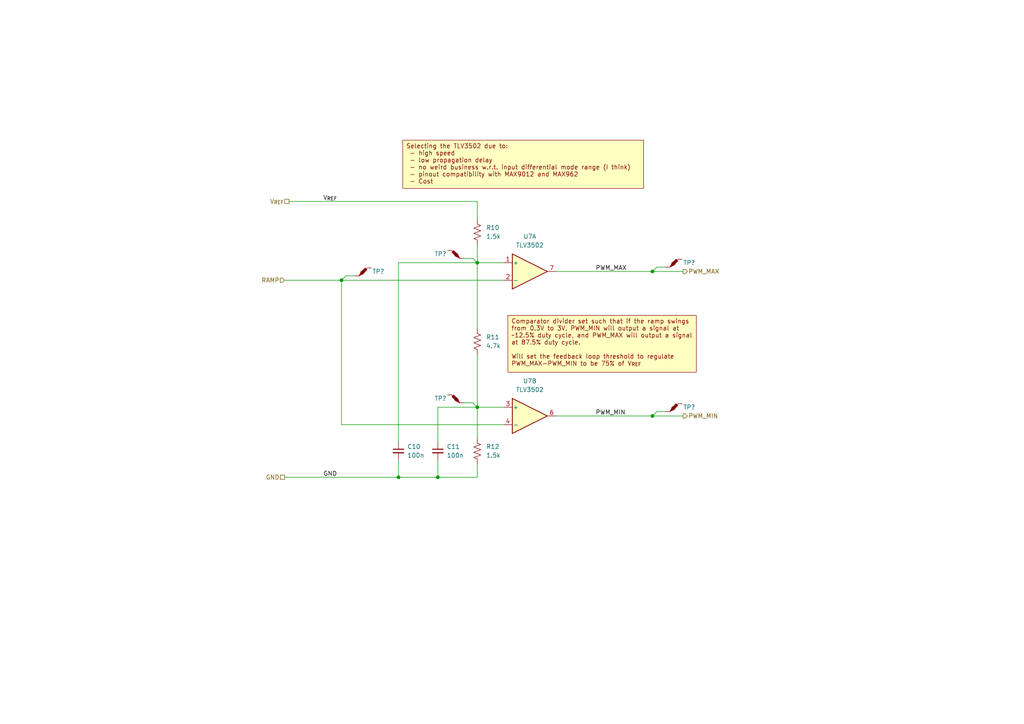
<source format=kicad_sch>
(kicad_sch (version 20230121) (generator eeschema)
  (paper "A4")
  (lib_symbols
    (symbol "Custom-AnalogIC:TLV3502" (pin_names (offset 0.127))
      (property "Reference" "U" (at 0 5.08 0))
      (property "Value" "TLV3502" (at 0 -5.08 0))
      (symbol "TLV3502_1_1"
        (polyline (pts (xy -5.08 5.08) (xy 5.08 0) (xy -5.08 -5.08) (xy -5.08 5.08)) (stroke (width 0.254)) (fill (type background)))
        (pin input line (at -7.62 2.54 0) (length 2.54) (name "+") (number "1"))
        (pin input line (at -7.62 -2.54 0) (length 2.54) (name "-") (number "2"))
        (pin output line (at 7.62 0 180) (length 2.54) (name "~") (number "7"))
      )
      (symbol "TLV3502_2_1"
        (polyline (pts (xy -5.08 5.08) (xy 5.08 0) (xy -5.08 -5.08) (xy -5.08 5.08)) (stroke (width 0.254)) (fill (type background)))
        (pin input line (at -7.62 2.54 0) (length 2.54) (name "+") (number "3"))
        (pin input line (at -7.62 -2.54 0) (length 2.54) (name "-") (number "4"))
        (pin output line (at 7.62 0 180) (length 2.54) (name "~") (number "6"))
      )
      (symbol "TLV3502_3_1"
        (pin power_in line (at -2.54 -7.62 90) (length 3.81) (name "V-") (number "5"))
        (pin power_in line (at -2.54 7.62 270) (length 3.81) (name "V+") (number "8"))
      )
    )
    (symbol "Custom-Capacitor:CL10B104KB8NNWC" (pin_numbers hide) (pin_names (offset 0.254) hide)
      (property "Reference" "C" (at 0.254 1.778 0))
      (property "Value" "100n" (at 0.254 -2.032 0))
      (symbol "CL10B104KB8NNWC_0_1"
        (polyline (pts (xy -1.524 -0.508) (xy 1.524 -0.508)) (stroke (width 0.3302)))
        (polyline (pts (xy -1.524 0.508) (xy 1.524 0.508)) (stroke (width 0.3048)))
      )
      (symbol "CL10B104KB8NNWC_1_1"
        (pin passive line (at 0 2.54 270) (length 2.032) (name "~") (number "1"))
        (pin passive line (at 0 -2.54 90) (length 2.032) (name "~") (number "2"))
      )
    )
    (symbol "Custom-LogicIC:TestPoint" (in_bom no)
      (property "Reference" "TP" (at 2.54 0 0))
      (symbol "TestPoint_1_1"
        (polyline (pts (xy -0.762 1.27) (xy 0 0.508)) (stroke (width 0) (color 72 0 0 1)))
        (polyline (pts (xy -0.508 1.524) (xy 0.254 0.762)) (stroke (width 0) (color 72 0 0 1)))
        (polyline (pts (xy -1.27 0) (xy -0.762 1.016) (xy -0.254 0.508) (xy -1.27 0)) (fill (type color) (color 132 0 0 1)))
        (polyline (pts (xy -0.762 1.016) (xy 0.508 2.286) (xy 1.016 1.778) (xy -0.254 0.508) (xy -0.762 1.016)) (fill (type color) (color 132 0 0 1)))
        (arc (start 1.778 2.286) (mid 1.2343 2.3019) (end 0.762 2.032))
        (arc (start 1.778 2.286) (mid 2.032 2.258) (end 2.286 2.286))
        (pin passive line (at -2.54 0 0) (length 1.27) (name "") (number "1"))
      )
    )
    (symbol "Custom-Resistor:RMCF0603FT1K50" (pin_numbers hide) (pin_names (offset 0))
      (property "Reference" "R" (at 2.54 0 90))
      (property "Value" "1.5k" (at -2.54 0 90))
      (symbol "RMCF0603FT1K50_0_1"
        (polyline (pts (xy 0 -2.286) (xy 0 -2.54)))
        (polyline (pts (xy 0 2.286) (xy 0 2.54)))
        (polyline (pts (xy 0 -0.762) (xy 1.016 -1.143) (xy 0 -1.524) (xy -1.016 -1.905) (xy 0 -2.286)))
        (polyline (pts (xy 0 0.762) (xy 1.016 0.381) (xy 0 0) (xy -1.016 -0.381) (xy 0 -0.762)))
        (polyline (pts (xy 0 2.286) (xy 1.016 1.905) (xy 0 1.524) (xy -1.016 1.143) (xy 0 0.762)))
      )
      (symbol "RMCF0603FT1K50_1_1"
        (pin passive line (at 0 3.81 270) (length 1.27) (name "~") (number "1"))
        (pin passive line (at 0 -3.81 90) (length 1.27) (name "~") (number "2"))
      )
    )
    (symbol "Custom-Resistor:RMCF0603FT4K70" (pin_numbers hide) (pin_names (offset 0))
      (property "Reference" "R" (at 2.54 0 90))
      (property "Value" "4.7k" (at -2.54 0 90))
      (symbol "RMCF0603FT4K70_0_1"
        (polyline (pts (xy 0 -2.286) (xy 0 -2.54)))
        (polyline (pts (xy 0 2.286) (xy 0 2.54)))
        (polyline (pts (xy 0 -0.762) (xy 1.016 -1.143) (xy 0 -1.524) (xy -1.016 -1.905) (xy 0 -2.286)))
        (polyline (pts (xy 0 0.762) (xy 1.016 0.381) (xy 0 0) (xy -1.016 -0.381) (xy 0 -0.762)))
        (polyline (pts (xy 0 2.286) (xy 1.016 1.905) (xy 0 1.524) (xy -1.016 1.143) (xy 0 0.762)))
      )
      (symbol "RMCF0603FT4K70_1_1"
        (pin passive line (at 0 3.81 270) (length 1.27) (name "~") (number "1"))
        (pin passive line (at 0 -3.81 90) (length 1.27) (name "~") (number "2"))
      )
    )
  )
  (junction (at 99.06 81.28))
  (junction (at 138.43 76.2))
  (junction (at 138.43 118.11))
  (junction (at 127 138.43))
  (junction (at 189.23 120.65))
  (junction (at 189.23 78.74))
  (junction (at 115.57 138.43))
  (wire (pts (xy 127 138.43) (xy 138.43 138.43)))
  (wire (pts (xy 189.23 120.65) (xy 190.5 119.38)))
  (wire (pts (xy 115.57 138.43) (xy 127 138.43)))
  (wire (pts (xy 138.43 71.12) (xy 138.43 76.2)))
  (wire (pts (xy 189.23 120.65) (xy 198.12 120.65)))
  (wire (pts (xy 127 128.27) (xy 127 118.11)))
  (wire (pts (xy 138.43 118.11) (xy 146.05 118.11)))
  (wire (pts (xy 161.29 78.74) (xy 189.23 78.74)))
  (wire (pts (xy 138.43 76.2) (xy 137.16 74.93)))
  (wire (pts (xy 190.5 119.38) (xy 193.04 119.38)))
  (wire (pts (xy 115.57 128.27) (xy 115.57 76.2)))
  (wire (pts (xy 161.29 120.65) (xy 189.23 120.65)))
  (wire (pts (xy 137.16 116.84) (xy 134.62 116.84)))
  (wire (pts (xy 82.55 138.43) (xy 115.57 138.43)))
  (wire (pts (xy 138.43 118.11) (xy 137.16 116.84)))
  (wire (pts (xy 138.43 134.62) (xy 138.43 138.43)))
  (wire (pts (xy 115.57 76.2) (xy 138.43 76.2)))
  (wire (pts (xy 138.43 76.2) (xy 138.43 95.25)))
  (wire (pts (xy 82.55 81.28) (xy 99.06 81.28)))
  (wire (pts (xy 127 118.11) (xy 138.43 118.11)))
  (wire (pts (xy 189.23 78.74) (xy 198.12 78.74)))
  (wire (pts (xy 100.33 80.01) (xy 102.87 80.01)))
  (wire (pts (xy 138.43 102.87) (xy 138.43 118.11)))
  (wire (pts (xy 99.06 123.19) (xy 146.05 123.19)))
  (wire (pts (xy 138.43 58.42) (xy 138.43 63.5)))
  (wire (pts (xy 190.5 77.47) (xy 193.04 77.47)))
  (wire (pts (xy 99.06 81.28) (xy 100.33 80.01)))
  (wire (pts (xy 115.57 133.35) (xy 115.57 138.43)))
  (wire (pts (xy 127 133.35) (xy 127 138.43)))
  (wire (pts (xy 138.43 76.2) (xy 146.05 76.2)))
  (wire (pts (xy 83.82 58.42) (xy 138.43 58.42)))
  (wire (pts (xy 99.06 81.28) (xy 99.06 123.19)))
  (wire (pts (xy 189.23 78.74) (xy 190.5 77.47)))
  (wire (pts (xy 137.16 74.93) (xy 134.62 74.93)))
  (wire (pts (xy 99.06 81.28) (xy 146.05 81.28)))
  (wire (pts (xy 138.43 118.11) (xy 138.43 127)))
  (text_box "Selecting the TLV3502 due to:\n - high speed\n - low propagation delay\n - no weird business w.r.t. input differential mode range (I think)\n - pinout compatibility with MAX9012 and MAX962\n - Cost" (at 116.84 40.64 0) (size 69.85 13.97) (stroke (width 0) (color 132 0 0 1)) (fill (type color) (color 255 255 194 1)) (effects (font (size 1.27 1.27)) (justify left top)))
  (text_box "Comparator divider set such that if the ramp swings from 0.3V to 3V, PWM_MIN will output a signal at ~12.5% duty cycle, and PWM_MAX will output a signal at 87.5% duty cycle.\n\nWill set the feedback loop threshold to regulate PWM_MAX-PWM_MIN to be 75% of V_{REF}" (at 147.32 91.44 0) (size 54.61 16.51) (stroke (width 0) (color 132 0 0 1)) (fill (type color) (color 255 255 194 1)) (effects (font (size 1.27 1.27)) (justify left top)))
  (label "PWM_MAX" (at 172.72 78.74 0))
  (label "PWM_MIN" (at 172.72 120.65 0))
  (label "GND" (at 97.79 138.43 180))
  (label "V_{REF}" (at 97.79 58.42 180))
  (hierarchical_label "V_{REF}" (shape passive) (at 83.82 58.42 180))
  (hierarchical_label "PWM_MAX" (shape output) (at 198.12 78.74 0))
  (hierarchical_label "PWM_MIN" (shape output) (at 198.12 120.65 0))
  (hierarchical_label "RAMP" (shape input) (at 82.55 81.28 180))
  (hierarchical_label "GND" (shape passive) (at 82.55 138.43 180))
  (symbol (lib_id "Custom-LogicIC:TestPoint") (at 132.08 74.93 0) (mirror y) (unit 1) (in_bom no)
    (property "Reference" "TP?" (at 129.54 73.66 0) (effects (justify left)))
    (property "Value" "-" (effects hide))
    (property "Footprint" "TestPoint:TestPoint_Pad_D2.0mm" (effects hide))
    (instances (project "PWM Ramp Gen Prototype" (path "" (reference "TP?") (unit 1)) (path "" (reference "TP19") (unit 1))))
  )
  (symbol (lib_id "Custom-AnalogIC:TLV3502") (at 153.67 120.65 0) (unit 2)
    (property "Reference" "U7" (at 153.67 110.49 0))
    (property "Value" "TLV3502" (at 153.67 113.03 0))
    (property "Footprint" "Package_SO:SOIC-8_3.9x4.9mm_P1.27mm" (effects hide))
    (property "Datasheet" "https://www.ti.com/lit/ds/symlink/tlv3501.pdf" (effects hide))
    (property "Manufacturer" "Texas Instruments" (effects hide))
    (property "Part Number" "TLV3502AIDR" (effects hide))
  )
  (symbol (lib_id "Custom-LogicIC:TestPoint") (at 195.58 119.38 0) (unit 1) (in_bom no)
    (property "Reference" "TP?" (at 198.12 118.11 0) (effects (justify left)))
    (property "Value" "-" (effects hide))
    (property "Footprint" "TestPoint:TestPoint_Pad_D2.0mm" (effects hide))
    (instances (project "PWM Ramp Gen Prototype" (path "" (reference "TP?") (unit 1)) (path "" (reference "TP22") (unit 1))))
  )
  (symbol (lib_id "Custom-LogicIC:TestPoint") (at 195.58 77.47 0) (unit 1) (in_bom no)
    (property "Reference" "TP?" (at 198.12 76.2 0) (effects (justify left)))
    (property "Value" "-" (effects hide))
    (property "Footprint" "TestPoint:TestPoint_Pad_D2.0mm" (effects hide))
    (instances (project "PWM Ramp Gen Prototype" (path "" (reference "TP?") (unit 1)) (path "" (reference "TP21") (unit 1))))
  )
  (symbol (lib_id "Custom-Resistor:RMCF0603FT4K70") (at 138.43 99.06 0) (unit 1)
    (property "Reference" "R11" (at 140.97 97.79 0) (effects (justify left)))
    (property "Value" "4.7k" (at 140.97 100.33 0) (effects (justify left)))
    (property "Footprint" "Resistor_SMD:R_0603_1608Metric_Pad0.98x0.95mm_HandSolder" (effects hide))
    (property "Datasheet" "https://www.seielect.com/Catalog/SEI-RMCF_RMCP.pdf" (effects hide))
    (property "Manufacturer" "Stackpole Electronics Inc" (effects hide))
    (property "Part Number" "RMCF0603FT4K70" (effects hide))
  )
  (symbol (lib_id "Custom-Capacitor:CL10B104KB8NNWC") (at 127 130.81 0) (unit 1)
    (property "Reference" "C11" (at 129.54 129.5463 0) (effects (justify left)))
    (property "Value" "100n" (at 129.54 132.0863 0) (effects (justify left)))
    (property "Footprint" "Capacitor_SMD:C_0603_1608Metric_Pad1.08x0.95mm_HandSolder" (effects hide))
    (property "Datasheet" "https://product.samsungsem.com/mlcc/CL31B106KAHNFN.do" (effects hide))
    (property "Manufacturer" "Samsung Electro-Mechanics" (effects hide))
    (property "Part Number" "CL10B104KB8NNWC" (effects hide))
  )
  (symbol (lib_id "Custom-LogicIC:TestPoint") (at 105.41 80.01 0) (unit 1) (in_bom no)
    (property "Reference" "TP?" (at 107.95 78.74 0) (effects (justify left)))
    (property "Value" "-" (effects hide))
    (property "Footprint" "TestPoint:TestPoint_Pad_D2.0mm" (effects hide))
    (instances (project "PWM Ramp Gen Prototype" (path "" (reference "TP?") (unit 1)) (path "" (reference "TP18") (unit 1))))
  )
  (symbol (lib_id "Custom-AnalogIC:TLV3502") (at 153.67 78.74 0) (unit 1)
    (property "Reference" "U7" (at 153.67 68.58 0))
    (property "Value" "TLV3502" (at 153.67 71.12 0))
    (property "Footprint" "Package_SO:SOIC-8_3.9x4.9mm_P1.27mm" (effects hide))
    (property "Datasheet" "https://www.ti.com/lit/ds/symlink/tlv3501.pdf" (effects hide))
    (property "Manufacturer" "Texas Instruments" (effects hide))
    (property "Part Number" "TLV3502AIDR" (effects hide))
  )
  (symbol (lib_id "Custom-Capacitor:CL10B104KB8NNWC") (at 115.57 130.81 0) (unit 1)
    (property "Reference" "C10" (at 118.11 129.5463 0) (effects (justify left)))
    (property "Value" "100n" (at 118.11 132.0863 0) (effects (justify left)))
    (property "Footprint" "Capacitor_SMD:C_0603_1608Metric_Pad1.08x0.95mm_HandSolder" (effects hide))
    (property "Datasheet" "https://product.samsungsem.com/mlcc/CL31B106KAHNFN.do" (effects hide))
    (property "Manufacturer" "Samsung Electro-Mechanics" (effects hide))
    (property "Part Number" "CL10B104KB8NNWC" (effects hide))
  )
  (symbol (lib_id "Custom-LogicIC:TestPoint") (at 132.08 116.84 0) (mirror y) (unit 1) (in_bom no)
    (property "Reference" "TP?" (at 129.54 115.57 0) (effects (justify left)))
    (property "Value" "-" (effects hide))
    (property "Footprint" "TestPoint:TestPoint_Pad_D2.0mm" (effects hide))
    (instances (project "PWM Ramp Gen Prototype" (path "" (reference "TP?") (unit 1)) (path "" (reference "TP20") (unit 1))))
  )
  (symbol (lib_id "Custom-Resistor:RMCF0603FT1K50") (at 138.43 130.81 0) (unit 1)
    (property "Reference" "R12" (at 140.97 129.54 0) (effects (justify left)))
    (property "Value" "1.5k" (at 140.97 132.08 0) (effects (justify left)))
    (property "Footprint" "Resistor_SMD:R_0603_1608Metric_Pad0.98x0.95mm_HandSolder" (effects hide))
    (property "Datasheet" "https://www.seielect.com/Catalog/SEI-RMCF_RMCP.pdf" (effects hide))
    (property "Manufacturer" "Stackpole Electronics Inc" (effects hide))
    (property "Part Number" "RMCF0603FT1K50" (effects hide))
  )
  (symbol (lib_id "Custom-Resistor:RMCF0603FT1K50") (at 138.43 67.31 0) (unit 1)
    (property "Reference" "R10" (at 140.97 66.04 0) (effects (justify left)))
    (property "Value" "1.5k" (at 140.97 68.58 0) (effects (justify left)))
    (property "Footprint" "Resistor_SMD:R_0603_1608Metric_Pad0.98x0.95mm_HandSolder" (effects hide))
    (property "Datasheet" "https://www.seielect.com/Catalog/SEI-RMCF_RMCP.pdf" (effects hide))
    (property "Manufacturer" "Stackpole Electronics Inc" (effects hide))
    (property "Part Number" "RMCF0603FT1K50" (effects hide))
  )
)
</source>
